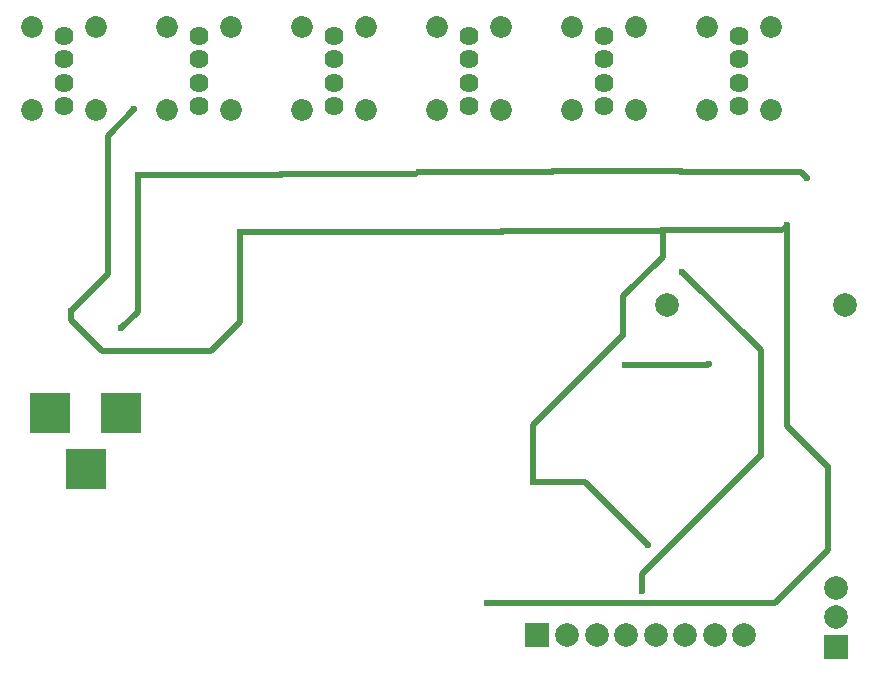
<source format=gbr>
%TF.GenerationSoftware,KiCad,Pcbnew,4.0.1-stable*%
%TF.CreationDate,2016-04-25T17:13:01+03:00*%
%TF.ProjectId,6xUSB_PowMet,36785553425F506F774D65742E6B6963,rev?*%
%TF.FileFunction,Copper,L2,Bot,Signal*%
%FSLAX46Y46*%
G04 Gerber Fmt 4.6, Leading zero omitted, Abs format (unit mm)*
G04 Created by KiCad (PCBNEW 4.0.1-stable) date 25.04.2016 17:13:01*
%MOMM*%
G01*
G04 APERTURE LIST*
%ADD10C,0.100000*%
%ADD11C,1.620000*%
%ADD12C,1.850000*%
%ADD13C,1.998980*%
%ADD14R,2.000000X2.000000*%
%ADD15C,2.000000*%
%ADD16R,3.500120X3.500120*%
%ADD17C,0.600000*%
%ADD18C,0.250000*%
%ADD19C,0.500000*%
G04 APERTURE END LIST*
D10*
D11*
X110560000Y-75975000D03*
X110560000Y-77975000D03*
X110560000Y-79975000D03*
D12*
X113280000Y-75245000D03*
D11*
X110560000Y-81975000D03*
D12*
X113280000Y-82245000D03*
X107840000Y-75245000D03*
X107840000Y-82245000D03*
D11*
X133420000Y-75975000D03*
X133420000Y-77975000D03*
X133420000Y-79975000D03*
D12*
X136140000Y-75245000D03*
D11*
X133420000Y-81975000D03*
D12*
X136140000Y-82245000D03*
X130700000Y-75245000D03*
X130700000Y-82245000D03*
D13*
X161650000Y-98825000D03*
X176650000Y-98825000D03*
D11*
X156280000Y-75975000D03*
X156280000Y-77975000D03*
X156280000Y-79975000D03*
D12*
X159000000Y-75245000D03*
D11*
X156280000Y-81975000D03*
D12*
X159000000Y-82245000D03*
X153560000Y-75245000D03*
X153560000Y-82245000D03*
D11*
X121990000Y-75975000D03*
X121990000Y-77975000D03*
X121990000Y-79975000D03*
D12*
X124710000Y-75245000D03*
D11*
X121990000Y-81975000D03*
D12*
X124710000Y-82245000D03*
X119270000Y-75245000D03*
X119270000Y-82245000D03*
D11*
X167710000Y-75975000D03*
X167710000Y-77975000D03*
X167710000Y-79975000D03*
D12*
X170430000Y-75245000D03*
D11*
X167710000Y-81975000D03*
D12*
X170430000Y-82245000D03*
X164990000Y-75245000D03*
X164990000Y-82245000D03*
D11*
X144850000Y-75975000D03*
X144850000Y-77975000D03*
X144850000Y-79975000D03*
D12*
X147570000Y-75245000D03*
D11*
X144850000Y-81975000D03*
D12*
X147570000Y-82245000D03*
X142130000Y-75245000D03*
X142130000Y-82245000D03*
D14*
X150650000Y-126750000D03*
D15*
X153163000Y-126750000D03*
X155663000Y-126750000D03*
X158163000Y-126750000D03*
X160663000Y-126750000D03*
X163163000Y-126750000D03*
X165663000Y-126750000D03*
X168163000Y-126750000D03*
D14*
X175900000Y-127750000D03*
D15*
X175900000Y-125210000D03*
X175900000Y-122710000D03*
D16*
X115400140Y-107950000D03*
X109400660Y-107950000D03*
X112400400Y-112649000D03*
D17*
X159975000Y-119075000D03*
X146400000Y-124050000D03*
X111175000Y-99275000D03*
X175225000Y-112475000D03*
X171750000Y-92025000D03*
X161250000Y-92475000D03*
X147775000Y-92525000D03*
X137275000Y-92575000D03*
X125425000Y-92625000D03*
X116525000Y-82225000D03*
X114275000Y-92750000D03*
X157900000Y-101300000D03*
X150275000Y-113775000D03*
X159500000Y-123025000D03*
X173450000Y-88025000D03*
X162925000Y-87550000D03*
X152025000Y-87475000D03*
X140625000Y-87500000D03*
X129000000Y-87725000D03*
X115425000Y-100750000D03*
X116800000Y-87750000D03*
X162925000Y-95975000D03*
X169550000Y-111525000D03*
X158050000Y-103825000D03*
X165150000Y-103800000D03*
D18*
X130700000Y-82245000D02*
X130753000Y-82198000D01*
X130753000Y-82198000D02*
X131007000Y-81944000D01*
X124710000Y-82245000D02*
X124657000Y-82198000D01*
X124657000Y-82198000D02*
X124710000Y-82245000D01*
X121990000Y-81975000D02*
X121990000Y-81944000D01*
X121990000Y-81944000D02*
X122244000Y-82198000D01*
X121990000Y-81944000D02*
X121990000Y-81975000D01*
X119270000Y-82245000D02*
X119323000Y-82198000D01*
X119323000Y-82198000D02*
X119270000Y-82245000D01*
X119270000Y-82245000D02*
X119323000Y-82198000D01*
X119323000Y-82198000D02*
X119577000Y-81944000D01*
X119270000Y-75245000D02*
X119323000Y-75213000D01*
X119323000Y-75213000D02*
X119270000Y-75245000D01*
X124657000Y-75213000D02*
X124710000Y-75245000D01*
X124710000Y-75245000D02*
X124657000Y-75213000D01*
X124657000Y-75213000D02*
X124276000Y-74832000D01*
X113227000Y-75213000D02*
X113280000Y-75245000D01*
X113280000Y-75245000D02*
X113227000Y-75213000D01*
X113227000Y-75213000D02*
X112846000Y-74832000D01*
X113280000Y-82245000D02*
X113227000Y-82198000D01*
X113227000Y-82198000D02*
X112973000Y-81944000D01*
X110560000Y-81975000D02*
X110560000Y-81944000D01*
X110560000Y-81944000D02*
X110560000Y-81975000D01*
X107893000Y-82198000D02*
X107840000Y-82245000D01*
X107893000Y-75213000D02*
X107840000Y-75245000D01*
D19*
X150275000Y-113775000D02*
X154675000Y-113775000D01*
X154675000Y-113775000D02*
X159975000Y-119075000D01*
X175225000Y-119550000D02*
X175225000Y-112475000D01*
X170725000Y-124050000D02*
X175225000Y-119550000D01*
X146400000Y-124050000D02*
X170725000Y-124050000D01*
X171750000Y-92025000D02*
X171750000Y-109000000D01*
X171750000Y-109000000D02*
X175225000Y-112475000D01*
X161250000Y-92475000D02*
X171350000Y-92475000D01*
D18*
X171750000Y-92075000D02*
X171750000Y-92025000D01*
D19*
X171350000Y-92475000D02*
X171750000Y-92075000D01*
X161250000Y-92475000D02*
X161250000Y-94700000D01*
X157900000Y-98050000D02*
X157900000Y-101300000D01*
X161250000Y-94700000D02*
X157900000Y-98050000D01*
X147775000Y-92525000D02*
X161200000Y-92525000D01*
D18*
X161200000Y-92525000D02*
X161250000Y-92475000D01*
D19*
X137275000Y-92575000D02*
X147725000Y-92575000D01*
D18*
X147725000Y-92575000D02*
X147775000Y-92525000D01*
D19*
X125425000Y-92625000D02*
X137225000Y-92625000D01*
D18*
X137225000Y-92625000D02*
X137275000Y-92575000D01*
D19*
X111175000Y-99275000D02*
X111175000Y-100075000D01*
X125425000Y-100250000D02*
X125425000Y-92625000D01*
X122975000Y-102700000D02*
X125425000Y-100250000D01*
X113800000Y-102700000D02*
X122975000Y-102700000D01*
X111175000Y-100075000D02*
X113800000Y-102700000D01*
X114275000Y-92750000D02*
X114275000Y-84475000D01*
X114275000Y-84475000D02*
X116525000Y-82225000D01*
X114275000Y-96175000D02*
X114275000Y-92750000D01*
X111175000Y-99275000D02*
X114275000Y-96175000D01*
X150275000Y-108925000D02*
X150275000Y-113775000D01*
X157900000Y-101300000D02*
X150275000Y-108925000D01*
D18*
X176650000Y-98825000D02*
X176600000Y-98835000D01*
D19*
X162925000Y-87550000D02*
X172975000Y-87550000D01*
X172975000Y-87550000D02*
X173450000Y-88025000D01*
X152025000Y-87475000D02*
X162850000Y-87475000D01*
D18*
X162850000Y-87475000D02*
X162925000Y-87550000D01*
D19*
X140625000Y-87500000D02*
X152000000Y-87500000D01*
D18*
X152000000Y-87500000D02*
X152025000Y-87475000D01*
D19*
X129000000Y-87725000D02*
X140400000Y-87725000D01*
D18*
X140400000Y-87725000D02*
X140625000Y-87500000D01*
D19*
X116800000Y-87750000D02*
X129025000Y-87750000D01*
D18*
X129025000Y-87750000D02*
X129000000Y-87725000D01*
D19*
X115425000Y-100750000D02*
X116800000Y-99375000D01*
X116800000Y-99375000D02*
X116800000Y-87750000D01*
X169550000Y-102600000D02*
X169550000Y-111525000D01*
X162925000Y-95975000D02*
X169550000Y-102600000D01*
X169550000Y-111525000D02*
X159500000Y-121575000D01*
X159500000Y-121575000D02*
X159500000Y-123025000D01*
X165125000Y-103825000D02*
X158050000Y-103825000D01*
D18*
X165150000Y-103800000D02*
X165125000Y-103825000D01*
M02*

</source>
